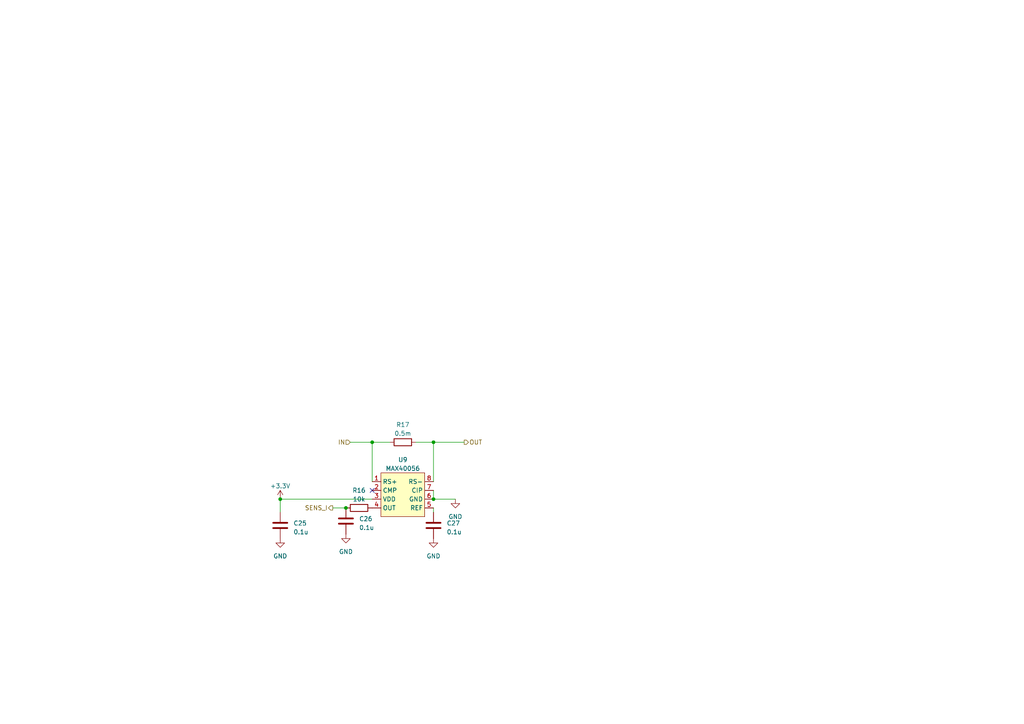
<source format=kicad_sch>
(kicad_sch (version 20230121) (generator eeschema)
  (paper "A4")
  (lib_symbols
    (symbol "Device:C" (pin_numbers hide) (pin_names (offset 0.254))
      (property "Reference" "C" (at 0.635 2.54 0))
      (property "Value" "C" (at 0.635 -2.54 0))
      (symbol "C_0_1"
        (polyline (pts (xy -2.032 -0.762) (xy 2.032 -0.762)) (stroke (width 0.508)))
        (polyline (pts (xy -2.032 0.762) (xy 2.032 0.762)) (stroke (width 0.508)))
      )
      (symbol "C_1_1"
        (pin passive line (at 0 3.81 270) (length 2.794) (name "~") (number "1"))
        (pin passive line (at 0 -3.81 90) (length 2.794) (name "~") (number "2"))
      )
    )
    (symbol "Device:R" (pin_numbers hide) (pin_names (offset 0))
      (property "Reference" "R" (at 2.032 0 90))
      (property "Value" "R" (at 0 0 90))
      (symbol "R_0_1"
        (rectangle (start -1.016 -2.54) (end 1.016 2.54) (stroke (width 0.254)))
      )
      (symbol "R_1_1"
        (pin passive line (at 0 3.81 270) (length 1.27) (name "~") (number "1"))
        (pin passive line (at 0 -3.81 90) (length 1.27) (name "~") (number "2"))
      )
    )
    (symbol "Robocon_Analog:MAX40056"
      (property "Reference" "U" (at 0 0 0))
      (property "Value" "MAX40056" (at 0 0 0))
      (symbol "MAX40056_0_1"
        (rectangle (start -6.35 -1.27) (end 6.35 -13.97) (fill (type background)))
      )
      (symbol "MAX40056_1_1"
        (pin input line (at -8.89 -3.81 0) (length 2.54) (name "RS+") (number "1"))
        (pin output line (at -8.89 -6.35 0) (length 2.54) (name "CMP") (number "2"))
        (pin power_in line (at -8.89 -8.89 0) (length 2.54) (name "VDD") (number "3"))
        (pin output line (at -8.89 -11.43 0) (length 2.54) (name "OUT") (number "4"))
        (pin input line (at 8.89 -11.43 180) (length 2.54) (name "REF") (number "5"))
        (pin power_in line (at 8.89 -8.89 180) (length 2.54) (name "GND") (number "6"))
        (pin input line (at 8.89 -6.35 180) (length 2.54) (name "CIP") (number "7"))
        (pin input line (at 8.89 -3.81 180) (length 2.54) (name "RS-") (number "8"))
      )
    )
    (symbol "power:+3.3V" (power) (pin_names (offset 0))
      (property "Value" "+3.3V" (at 0 3.556 0))
      (symbol "+3.3V_0_1"
        (polyline (pts (xy -0.762 1.27) (xy 0 2.54)))
        (polyline (pts (xy 0 0) (xy 0 2.54)))
        (polyline (pts (xy 0 2.54) (xy 0.762 1.27)))
      )
      (symbol "+3.3V_1_1"
        (pin power_in line (at 0 0 90) (length 0) hide (name "+3.3V") (number "1"))
      )
    )
    (symbol "power:GND" (power) (pin_names (offset 0))
      (property "Value" "GND" (at 0 -3.81 0))
      (symbol "GND_0_1"
        (polyline (pts (xy 0 0) (xy 0 -1.27) (xy 1.27 -1.27) (xy 0 -2.54) (xy -1.27 -1.27) (xy 0 -1.27)))
      )
      (symbol "GND_1_1"
        (pin power_in line (at 0 0 270) (length 0) hide (name "GND") (number "1"))
      )
    )
  )
  (junction (at 100.33 147.32))
  (junction (at 81.28 144.78))
  (junction (at 125.73 128.27))
  (junction (at 107.95 128.27))
  (junction (at 125.73 144.78))
  (no_connect (at 107.95 142.24))
  (wire (pts (xy 107.95 128.27) (xy 107.95 139.7)))
  (wire (pts (xy 81.28 144.78) (xy 81.28 148.59)))
  (wire (pts (xy 96.52 147.32) (xy 100.33 147.32)))
  (wire (pts (xy 125.73 128.27) (xy 134.62 128.27)))
  (wire (pts (xy 120.65 128.27) (xy 125.73 128.27)))
  (wire (pts (xy 81.28 144.78) (xy 107.95 144.78)))
  (wire (pts (xy 101.6 128.27) (xy 107.95 128.27)))
  (wire (pts (xy 125.73 147.32) (xy 125.73 148.59)))
  (wire (pts (xy 125.73 128.27) (xy 125.73 139.7)))
  (wire (pts (xy 125.73 144.78) (xy 132.08 144.78)))
  (wire (pts (xy 125.73 142.24) (xy 125.73 144.78)))
  (wire (pts (xy 107.95 128.27) (xy 113.03 128.27)))
  (hierarchical_label "OUT" (shape output) (at 134.62 128.27 0))
  (hierarchical_label "SENS_I" (shape output) (at 96.52 147.32 180))
  (hierarchical_label "IN" (shape input) (at 101.6 128.27 180))
  (symbol (lib_id "power:GND") (at 125.73 156.21 0) (unit 1)
    (property "Reference" "#PWR056" (effects hide))
    (property "Value" "GND" (at 125.73 161.29 0))
    (instances (project "rMDU" (path "" (reference "#PWR061") (unit 1))))
  )
  (symbol (lib_id "power:+3.3V") (at 81.28 144.78 0) (unit 1)
    (property "Reference" "#PWR053" (effects hide))
    (property "Value" "+3.3V" (at 81.28 140.97 0))
    (instances (project "rMDU" (path "" (reference "#PWR058") (unit 1))))
  )
  (symbol (lib_id "power:GND") (at 132.08 144.78 0) (unit 1)
    (property "Reference" "#PWR057" (effects hide))
    (property "Value" "GND" (at 132.08 149.86 0))
    (instances (project "rMDU" (path "" (reference "#PWR062") (unit 1))))
  )
  (symbol (lib_id "Device:C") (at 100.33 151.13 0) (unit 1)
    (property "Reference" "C23" (at 104.14 150.495 0) (effects (justify left)))
    (property "Value" "0.1u" (at 104.14 153.035 0) (effects (justify left)))
    (property "Footprint" "Capacitor_SMD:C_0603_1608Metric_Pad1.08x0.95mm_HandSolder" (effects hide))
    (instances (project "rMDU" (path "" (reference "C26") (unit 1))))
  )
  (symbol (lib_id "Device:C") (at 125.73 152.4 0) (unit 1)
    (property "Reference" "C24" (at 129.54 151.765 0) (effects (justify left)))
    (property "Value" "0.1u" (at 129.54 154.305 0) (effects (justify left)))
    (property "Footprint" "Capacitor_SMD:C_0603_1608Metric_Pad1.08x0.95mm_HandSolder" (effects hide))
    (instances (project "rMDU" (path "" (reference "C27") (unit 1))))
  )
  (symbol (lib_id "Device:R") (at 104.14 147.32 90) (unit 1)
    (property "Reference" "R14" (at 104.14 142.24 90))
    (property "Value" "10k" (at 104.14 144.78 90))
    (property "Footprint" "Resistor_SMD:R_0603_1608Metric_Pad0.98x0.95mm_HandSolder" (effects hide))
    (instances (project "rMDU" (path "" (reference "R16") (unit 1))))
  )
  (symbol (lib_id "Robocon_Analog:MAX40056") (at 116.84 135.89 0) (unit 1)
    (property "Reference" "U8" (at 116.84 133.35 0))
    (property "Value" "MAX40056" (at 116.84 135.89 0))
    (property "Footprint" "Package_SO:MSOP-8_3x3mm_P0.65mm" (effects hide))
    (instances (project "rMDU" (path "" (reference "U9") (unit 1))))
  )
  (symbol (lib_id "Device:C") (at 81.28 152.4 0) (unit 1)
    (property "Reference" "C22" (at 85.09 151.765 0) (effects (justify left)))
    (property "Value" "0.1u" (at 85.09 154.305 0) (effects (justify left)))
    (property "Footprint" "Capacitor_SMD:C_0603_1608Metric_Pad1.08x0.95mm_HandSolder" (effects hide))
    (instances (project "rMDU" (path "" (reference "C25") (unit 1))))
  )
  (symbol (lib_id "power:GND") (at 100.33 154.94 0) (unit 1)
    (property "Reference" "#PWR055" (effects hide))
    (property "Value" "GND" (at 100.33 160.02 0))
    (instances (project "rMDU" (path "" (reference "#PWR060") (unit 1))))
  )
  (symbol (lib_id "power:GND") (at 81.28 156.21 0) (unit 1)
    (property "Reference" "#PWR054" (effects hide))
    (property "Value" "GND" (at 81.28 161.29 0))
    (instances (project "rMDU" (path "" (reference "#PWR059") (unit 1))))
  )
  (symbol (lib_id "Device:R") (at 116.84 128.27 90) (unit 1)
    (property "Reference" "R15" (at 116.84 123.19 90))
    (property "Value" "0.5m" (at 116.84 125.73 90))
    (property "Footprint" "Robocon_Resistor:PU2512" (effects hide))
    (instances (project "rMDU" (path "" (reference "R17") (unit 1))))
  )
)
</source>
